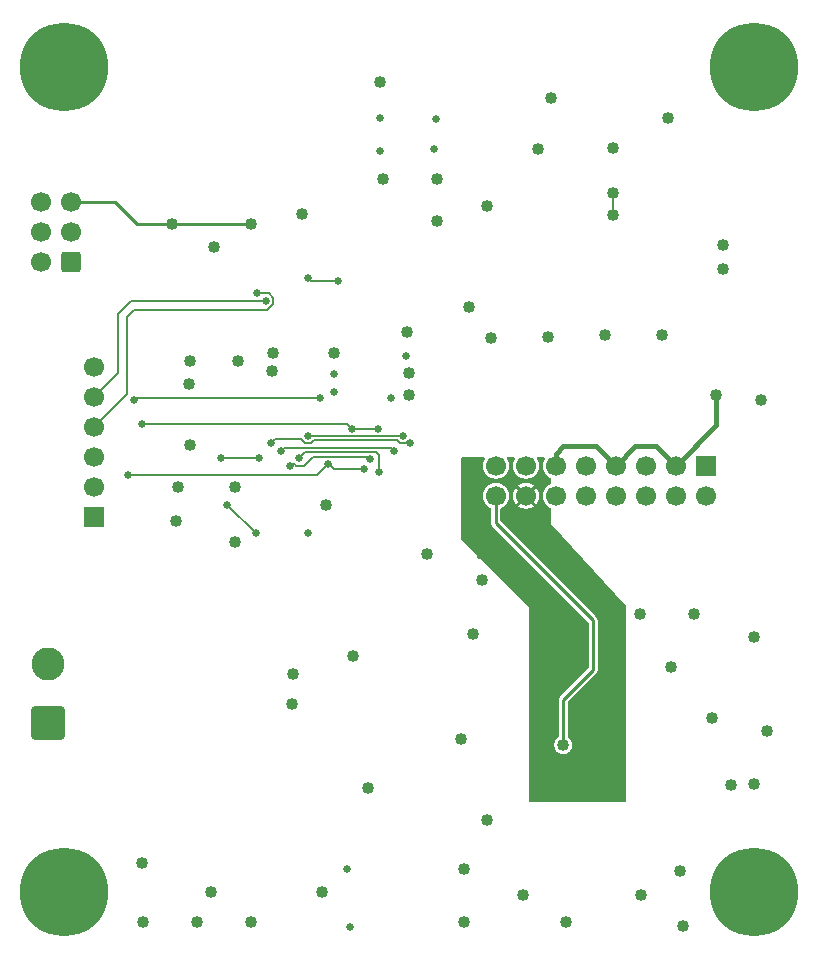
<source format=gbr>
%TF.GenerationSoftware,KiCad,Pcbnew,9.0.3-9.0.3-0~ubuntu24.04.1*%
%TF.CreationDate,2025-08-25T07:44:28-04:00*%
%TF.ProjectId,led-photodiode-avr,6c65642d-7068-46f7-946f-64696f64652d,rev?*%
%TF.SameCoordinates,Original*%
%TF.FileFunction,Copper,L4,Bot*%
%TF.FilePolarity,Positive*%
%FSLAX46Y46*%
G04 Gerber Fmt 4.6, Leading zero omitted, Abs format (unit mm)*
G04 Created by KiCad (PCBNEW 9.0.3-9.0.3-0~ubuntu24.04.1) date 2025-08-25 07:44:28*
%MOMM*%
%LPD*%
G01*
G04 APERTURE LIST*
G04 Aperture macros list*
%AMRoundRect*
0 Rectangle with rounded corners*
0 $1 Rounding radius*
0 $2 $3 $4 $5 $6 $7 $8 $9 X,Y pos of 4 corners*
0 Add a 4 corners polygon primitive as box body*
4,1,4,$2,$3,$4,$5,$6,$7,$8,$9,$2,$3,0*
0 Add four circle primitives for the rounded corners*
1,1,$1+$1,$2,$3*
1,1,$1+$1,$4,$5*
1,1,$1+$1,$6,$7*
1,1,$1+$1,$8,$9*
0 Add four rect primitives between the rounded corners*
20,1,$1+$1,$2,$3,$4,$5,0*
20,1,$1+$1,$4,$5,$6,$7,0*
20,1,$1+$1,$6,$7,$8,$9,0*
20,1,$1+$1,$8,$9,$2,$3,0*%
G04 Aperture macros list end*
%TA.AperFunction,ComponentPad*%
%ADD10RoundRect,0.250001X1.149999X-1.149999X1.149999X1.149999X-1.149999X1.149999X-1.149999X-1.149999X0*%
%TD*%
%TA.AperFunction,ComponentPad*%
%ADD11C,2.800000*%
%TD*%
%TA.AperFunction,ComponentPad*%
%ADD12R,1.700000X1.700000*%
%TD*%
%TA.AperFunction,ComponentPad*%
%ADD13C,1.700000*%
%TD*%
%TA.AperFunction,ComponentPad*%
%ADD14C,7.500000*%
%TD*%
%TA.AperFunction,ComponentPad*%
%ADD15RoundRect,0.250000X0.600000X0.600000X-0.600000X0.600000X-0.600000X-0.600000X0.600000X-0.600000X0*%
%TD*%
%TA.AperFunction,ViaPad*%
%ADD16C,0.635000*%
%TD*%
%TA.AperFunction,ViaPad*%
%ADD17C,1.016000*%
%TD*%
%TA.AperFunction,Conductor*%
%ADD18C,0.177800*%
%TD*%
%TA.AperFunction,Conductor*%
%ADD19C,0.254000*%
%TD*%
%TA.AperFunction,Conductor*%
%ADD20C,0.381000*%
%TD*%
G04 APERTURE END LIST*
D10*
%TO.P,J1,1,Pin_1*%
%TO.N,VBUS*%
X120617500Y-117820000D03*
D11*
%TO.P,J1,2,Pin_2*%
%TO.N,GND*%
X120617500Y-112820000D03*
%TD*%
D12*
%TO.P,J4,1,Pin_1*%
%TO.N,GND*%
X124460000Y-100330000D03*
D13*
%TO.P,J4,2,Pin_2*%
%TO.N,unconnected-(J4-Pin_2-Pad2)*%
X124460000Y-97790000D03*
%TO.P,J4,3,Pin_3*%
%TO.N,Net-(J4-Pin_3)*%
X124460000Y-95250000D03*
%TO.P,J4,4,Pin_4*%
%TO.N,/RXD*%
X124460000Y-92710000D03*
%TO.P,J4,5,Pin_5*%
%TO.N,/TXD*%
X124460000Y-90170000D03*
%TO.P,J4,6,Pin_6*%
%TO.N,unconnected-(J4-Pin_6-Pad6)*%
X124460000Y-87630000D03*
%TD*%
D14*
%TO.P,H3,1*%
%TO.N,N/C*%
X121920000Y-132080000D03*
%TD*%
%TO.P,H4,1*%
%TO.N,N/C*%
X180340000Y-132080000D03*
%TD*%
D15*
%TO.P,J3,1,MISO*%
%TO.N,/MISO*%
X122560000Y-78740000D03*
D13*
%TO.P,J3,2,VCC*%
%TO.N,VCC*%
X120020000Y-78740000D03*
%TO.P,J3,3,SCK*%
%TO.N,/SCK*%
X122560000Y-76200000D03*
%TO.P,J3,4,MOSI*%
%TO.N,/MOSI*%
X120020000Y-76200000D03*
%TO.P,J3,5,~{RST}*%
%TO.N,/~{RESET}*%
X122560000Y-73660000D03*
%TO.P,J3,6,GND*%
%TO.N,GND*%
X120020000Y-73660000D03*
%TD*%
D12*
%TO.P,J2,1,Pin_1*%
%TO.N,/LED_driver/LED_3*%
X176280000Y-96000000D03*
D13*
%TO.P,J2,2,Pin_2*%
%TO.N,Net-(J2-Pin_2)*%
X176280000Y-98540000D03*
%TO.P,J2,3,Pin_3*%
%TO.N,/LED_driver/LED_K*%
X173740000Y-96000000D03*
%TO.P,J2,4,Pin_4*%
%TO.N,Earth*%
X173740000Y-98540000D03*
%TO.P,J2,5,Pin_5*%
%TO.N,/LED_driver/LED_2*%
X171200000Y-96000000D03*
%TO.P,J2,6,Pin_6*%
%TO.N,unconnected-(J2-Pin_6-Pad6)*%
X171200000Y-98540000D03*
%TO.P,J2,7,Pin_7*%
%TO.N,/LED_driver/LED_K*%
X168660000Y-96000000D03*
%TO.P,J2,8,Pin_8*%
%TO.N,unconnected-(J2-Pin_8-Pad8)*%
X168660000Y-98540000D03*
%TO.P,J2,9,Pin_9*%
%TO.N,/LED_driver/LED_1*%
X166120000Y-96000000D03*
%TO.P,J2,10,Pin_10*%
%TO.N,unconnected-(J2-Pin_10-Pad10)*%
X166120000Y-98540000D03*
%TO.P,J2,11,Pin_11*%
%TO.N,/LED_driver/LED_K*%
X163580000Y-96000000D03*
%TO.P,J2,12,Pin_12*%
%TO.N,unconnected-(J2-Pin_12-Pad12)*%
X163580000Y-98540000D03*
%TO.P,J2,13,Pin_13*%
%TO.N,unconnected-(J2-Pin_13-Pad13)*%
X161040000Y-96000000D03*
%TO.P,J2,14,Pin_14*%
%TO.N,Earth*%
X161040000Y-98540000D03*
%TO.P,J2,15,Pin_15*%
%TO.N,unconnected-(J2-Pin_15-Pad15)*%
X158500000Y-96000000D03*
%TO.P,J2,16,Pin_16*%
%TO.N,Net-(J2-Pin_16)*%
X158500000Y-98540000D03*
%TD*%
D14*
%TO.P,H2,1*%
%TO.N,N/C*%
X180340000Y-62230000D03*
%TD*%
%TO.P,H1,1*%
%TO.N,N/C*%
X121920000Y-62230000D03*
%TD*%
D16*
%TO.N,GND*%
X142621000Y-101727000D03*
%TO.N,/GP_LED2*%
X138176000Y-101727000D03*
X135763000Y-99314000D03*
D17*
%TO.N,Earth*%
X160796000Y-132320000D03*
X180340000Y-110490000D03*
X157353000Y-105664000D03*
X163322000Y-110363000D03*
X168656000Y-115570000D03*
X170688000Y-108585000D03*
X178435000Y-123063000D03*
X155575000Y-119126000D03*
X157353000Y-103505000D03*
X162052000Y-69215000D03*
X174362000Y-135010000D03*
X177694500Y-79375000D03*
X160252500Y-105812500D03*
X176784000Y-117348000D03*
X180975000Y-90424000D03*
X170815000Y-132334000D03*
X157734000Y-125984000D03*
X155829000Y-130175000D03*
X155829000Y-134620000D03*
X168402000Y-69088000D03*
X163195000Y-123190000D03*
X157734000Y-74041000D03*
%TO.N,+5VA*%
X172595028Y-84965028D03*
X158115000Y-85217000D03*
X164465000Y-134620000D03*
X173101000Y-66548000D03*
X162941676Y-85090676D03*
X181422000Y-118425000D03*
X163195000Y-64897000D03*
X156210000Y-82550000D03*
X173355000Y-113030000D03*
X177694500Y-77300000D03*
X167768352Y-84964352D03*
X175260000Y-108585000D03*
X174117000Y-130302000D03*
X180340000Y-122936000D03*
X156587500Y-110236000D03*
%TO.N,GND*%
X144145000Y-99314000D03*
X153543000Y-75311000D03*
D16*
X148717000Y-66548000D03*
D17*
X144780000Y-86487000D03*
X141224000Y-116205000D03*
X132504000Y-89070000D03*
D16*
X146138000Y-135040000D03*
D17*
X148717000Y-63500000D03*
X151130000Y-90043000D03*
D16*
X148717000Y-69342000D03*
D17*
X134366000Y-132080000D03*
X139573000Y-88011000D03*
X147697500Y-123313500D03*
X152654000Y-103505000D03*
X150981500Y-84687500D03*
X128524000Y-129667000D03*
X143764000Y-132080000D03*
X141351000Y-113665000D03*
X128651000Y-134620000D03*
X148971000Y-71755000D03*
X136398000Y-97790000D03*
X136398000Y-102489000D03*
X139630000Y-86430000D03*
%TO.N,VCC*%
X134620000Y-77470000D03*
D16*
X153416000Y-66675000D03*
D17*
X153543000Y-71755000D03*
X133223000Y-134620000D03*
X132572000Y-94234000D03*
X132588000Y-87122000D03*
D16*
X153289000Y-69215000D03*
D17*
X142113000Y-74676000D03*
X146431000Y-112141000D03*
X131572000Y-97790000D03*
D16*
X145923000Y-130175000D03*
D17*
X136652000Y-87122000D03*
X137795000Y-134620000D03*
X131445000Y-100711000D03*
X151130000Y-88138000D03*
%TO.N,Net-(U8--)*%
X168402000Y-72898000D03*
X168402000Y-74803000D03*
D16*
%TO.N,Net-(U7-AVCC)*%
X144780000Y-89789000D03*
X149606000Y-90297000D03*
%TO.N,Net-(U7-AREF)*%
X144780000Y-88265000D03*
X150876000Y-86741000D03*
D17*
%TO.N,Net-(J2-Pin_16)*%
X164207500Y-119637500D03*
%TO.N,/LED_driver/LED_K*%
X177165000Y-90043000D03*
D16*
%TO.N,/MOSI*%
X147348600Y-96266000D03*
X127381000Y-96774000D03*
X144272000Y-95849800D03*
%TO.N,/MISO*%
X143637000Y-90297000D03*
X127889000Y-90424000D03*
D17*
%TO.N,/~{RESET}*%
X131064000Y-75565000D03*
X137795000Y-75565000D03*
D16*
%TO.N,/SCK*%
X128524000Y-92456000D03*
X146318401Y-92851401D03*
X148508820Y-92851401D03*
%TO.N,/RXD*%
X138303000Y-81407000D03*
%TO.N,/TXD*%
X139065000Y-82042000D03*
%TO.N,/SCL*%
X145161000Y-80391000D03*
X142621000Y-80137000D03*
%TO.N,/GP_LED*%
X138430000Y-95377000D03*
X135255000Y-95377000D03*
%TO.N,/PB0*%
X141859000Y-95377000D03*
X148578006Y-96531994D03*
%TO.N,/PD5*%
X139446000Y-94107000D03*
X151257000Y-94107000D03*
%TO.N,/PD6{slash}OC0A*%
X140335000Y-94742000D03*
X149860000Y-94742000D03*
%TO.N,/PB1{slash}OC1A*%
X150622000Y-93472000D03*
X142621000Y-93472000D03*
%TO.N,/PD7*%
X141097000Y-96012000D03*
X147861000Y-95471000D03*
%TD*%
D18*
%TO.N,/GP_LED2*%
X135763000Y-99314000D02*
X138176000Y-101727000D01*
%TO.N,Net-(U8--)*%
X168402000Y-74803000D02*
X168402000Y-72898000D01*
D19*
%TO.N,Net-(J2-Pin_16)*%
X158500000Y-100842000D02*
X158500000Y-98540000D01*
X166751000Y-109093000D02*
X158500000Y-100842000D01*
X166751000Y-113284000D02*
X166751000Y-109093000D01*
X164207500Y-119637500D02*
X164207500Y-115827500D01*
X164207500Y-115827500D02*
X166751000Y-113284000D01*
D20*
%TO.N,/LED_driver/LED_K*%
X172101000Y-94361000D02*
X173740000Y-96000000D01*
X177165000Y-90043000D02*
X177165000Y-89789000D01*
X163580000Y-94992000D02*
X164211000Y-94361000D01*
X173740000Y-96000000D02*
X177165000Y-92575000D01*
X177165000Y-92575000D02*
X177165000Y-90043000D01*
X164211000Y-94361000D02*
X167021000Y-94361000D01*
X168668000Y-96000000D02*
X170307000Y-94361000D01*
X170307000Y-94361000D02*
X172101000Y-94361000D01*
X163580000Y-96000000D02*
X163580000Y-94992000D01*
X167021000Y-94361000D02*
X168660000Y-96000000D01*
X168660000Y-96000000D02*
X168668000Y-96000000D01*
D18*
%TO.N,/MOSI*%
X143347800Y-96774000D02*
X127381000Y-96774000D01*
X144272000Y-95758000D02*
X144272000Y-95849800D01*
X147348600Y-96266000D02*
X144780000Y-96266000D01*
X144780000Y-96266000D02*
X144272000Y-95758000D01*
X144272000Y-95849800D02*
X143347800Y-96774000D01*
%TO.N,/MISO*%
X143637000Y-90297000D02*
X128016000Y-90297000D01*
X128016000Y-90297000D02*
X127889000Y-90424000D01*
D19*
%TO.N,/~{RESET}*%
X137795000Y-75565000D02*
X128143000Y-75565000D01*
X128143000Y-75565000D02*
X126238000Y-73660000D01*
X126238000Y-73660000D02*
X122560000Y-73660000D01*
D18*
%TO.N,/SCK*%
X148508820Y-92851401D02*
X146318401Y-92851401D01*
X146318401Y-92851401D02*
X145923000Y-92456000D01*
X145923000Y-92456000D02*
X128524000Y-92456000D01*
%TO.N,/RXD*%
X138303000Y-81407000D02*
X139288994Y-81407000D01*
X127254000Y-83439000D02*
X127254000Y-89916000D01*
X139288994Y-81407000D02*
X139672400Y-81790406D01*
X127889000Y-82804000D02*
X127254000Y-83439000D01*
X139672400Y-82293594D02*
X139161994Y-82804000D01*
X127254000Y-89916000D02*
X124460000Y-92710000D01*
X139161994Y-82804000D02*
X127889000Y-82804000D01*
X139672400Y-81790406D02*
X139672400Y-82293594D01*
%TO.N,/TXD*%
X126492000Y-83185000D02*
X126492000Y-88138000D01*
X139065000Y-82042000D02*
X127635000Y-82042000D01*
X126492000Y-88138000D02*
X124460000Y-90170000D01*
X127635000Y-82042000D02*
X126492000Y-83185000D01*
%TO.N,/SCL*%
X145161000Y-80391000D02*
X142875000Y-80391000D01*
X142875000Y-80391000D02*
X142621000Y-80137000D01*
%TO.N,/GP_LED*%
X135255000Y-95377000D02*
X138430000Y-95377000D01*
%TO.N,/PB0*%
X148578006Y-96531994D02*
X148578006Y-95111006D01*
X148331600Y-94864600D02*
X142371400Y-94864600D01*
X148578006Y-95111006D02*
X148331600Y-94864600D01*
X142371400Y-94864600D02*
X141859000Y-95377000D01*
%TO.N,/PD5*%
X151257000Y-94107000D02*
X151051497Y-93901497D01*
X150873594Y-94079400D02*
X150370406Y-94079400D01*
X151051497Y-93901497D02*
X150873594Y-94079400D01*
X150141806Y-93850800D02*
X143101194Y-93850800D01*
X142872594Y-94079400D02*
X142369406Y-94079400D01*
X139827000Y-93726000D02*
X139446000Y-94107000D01*
X143101194Y-93850800D02*
X142872594Y-94079400D01*
X142016006Y-93726000D02*
X139827000Y-93726000D01*
X142369406Y-94079400D02*
X142016006Y-93726000D01*
X150370406Y-94079400D02*
X150141806Y-93850800D01*
%TO.N,/PD6{slash}OC0A*%
X140591200Y-94485800D02*
X140335000Y-94742000D01*
X149603800Y-94485800D02*
X140591200Y-94485800D01*
X149860000Y-94742000D02*
X149603800Y-94485800D01*
%TO.N,/PB1{slash}OC1A*%
X150622000Y-93472000D02*
X142621000Y-93472000D01*
%TO.N,/PD7*%
X141607406Y-95984400D02*
X141508006Y-95885000D01*
X147633400Y-95243400D02*
X143008600Y-95243400D01*
X147861000Y-95471000D02*
X147633400Y-95243400D01*
X143008600Y-95243400D02*
X142267600Y-95984400D01*
X141224000Y-95885000D02*
X141097000Y-96012000D01*
X142267600Y-95984400D02*
X141607406Y-95984400D01*
X141508006Y-95885000D02*
X141224000Y-95885000D01*
%TD*%
%TA.AperFunction,Conductor*%
%TO.N,Earth*%
G36*
X157505043Y-95270002D02*
G01*
X157551536Y-95323658D01*
X157561640Y-95393932D01*
X157549190Y-95433199D01*
X157478548Y-95571841D01*
X157476421Y-95576017D01*
X157476418Y-95576023D01*
X157422698Y-95741357D01*
X157422697Y-95741360D01*
X157422697Y-95741362D01*
X157395500Y-95913074D01*
X157395500Y-96086926D01*
X157422697Y-96258638D01*
X157476420Y-96423981D01*
X157476421Y-96423982D01*
X157555349Y-96578887D01*
X157657536Y-96719535D01*
X157780464Y-96842463D01*
X157780467Y-96842465D01*
X157921116Y-96944653D01*
X158076019Y-97023580D01*
X158241362Y-97077303D01*
X158413074Y-97104500D01*
X158413077Y-97104500D01*
X158586923Y-97104500D01*
X158586926Y-97104500D01*
X158758638Y-97077303D01*
X158923981Y-97023580D01*
X159078884Y-96944653D01*
X159219533Y-96842465D01*
X159342465Y-96719533D01*
X159444653Y-96578884D01*
X159523580Y-96423981D01*
X159577303Y-96258638D01*
X159604500Y-96086926D01*
X159604500Y-95913074D01*
X159577303Y-95741362D01*
X159523580Y-95576019D01*
X159450810Y-95433201D01*
X159437707Y-95363426D01*
X159464407Y-95297641D01*
X159522435Y-95256735D01*
X159563078Y-95250000D01*
X159976922Y-95250000D01*
X160045043Y-95270002D01*
X160091536Y-95323658D01*
X160101640Y-95393932D01*
X160089190Y-95433199D01*
X160018548Y-95571841D01*
X160016421Y-95576017D01*
X160016418Y-95576023D01*
X159962698Y-95741357D01*
X159962697Y-95741360D01*
X159962697Y-95741362D01*
X159935500Y-95913074D01*
X159935500Y-96086926D01*
X159962697Y-96258638D01*
X160016420Y-96423981D01*
X160016421Y-96423982D01*
X160095349Y-96578887D01*
X160197536Y-96719535D01*
X160320464Y-96842463D01*
X160320467Y-96842465D01*
X160461116Y-96944653D01*
X160616019Y-97023580D01*
X160781362Y-97077303D01*
X160953074Y-97104500D01*
X160953077Y-97104500D01*
X161126923Y-97104500D01*
X161126926Y-97104500D01*
X161298638Y-97077303D01*
X161463981Y-97023580D01*
X161618884Y-96944653D01*
X161759533Y-96842465D01*
X161882465Y-96719533D01*
X161984653Y-96578884D01*
X162063580Y-96423981D01*
X162117303Y-96258638D01*
X162144500Y-96086926D01*
X162144500Y-95913074D01*
X162117303Y-95741362D01*
X162063580Y-95576019D01*
X161990810Y-95433201D01*
X161977707Y-95363426D01*
X162004407Y-95297641D01*
X162062435Y-95256735D01*
X162103078Y-95250000D01*
X162516922Y-95250000D01*
X162585043Y-95270002D01*
X162631536Y-95323658D01*
X162641640Y-95393932D01*
X162629190Y-95433199D01*
X162558548Y-95571841D01*
X162556421Y-95576017D01*
X162556418Y-95576023D01*
X162502698Y-95741357D01*
X162502697Y-95741360D01*
X162502697Y-95741362D01*
X162475500Y-95913074D01*
X162475500Y-96086926D01*
X162502697Y-96258638D01*
X162556420Y-96423981D01*
X162556421Y-96423982D01*
X162635349Y-96578887D01*
X162737536Y-96719535D01*
X162860464Y-96842463D01*
X162860467Y-96842465D01*
X163001116Y-96944653D01*
X163126203Y-97008388D01*
X163177818Y-97057135D01*
X163195000Y-97120654D01*
X163195000Y-97419345D01*
X163174998Y-97487466D01*
X163126203Y-97531612D01*
X163001113Y-97595348D01*
X162860464Y-97697536D01*
X162737536Y-97820464D01*
X162635349Y-97961112D01*
X162556421Y-98116017D01*
X162556418Y-98116023D01*
X162502698Y-98281357D01*
X162502697Y-98281360D01*
X162502697Y-98281362D01*
X162475500Y-98453074D01*
X162475500Y-98626926D01*
X162502697Y-98798638D01*
X162556420Y-98963981D01*
X162635347Y-99118884D01*
X162635349Y-99118887D01*
X162737536Y-99259535D01*
X162860464Y-99382463D01*
X162860467Y-99382465D01*
X163001116Y-99484653D01*
X163126203Y-99548388D01*
X163177818Y-99597135D01*
X163195000Y-99660654D01*
X163195000Y-100965000D01*
X169512232Y-107913955D01*
X169543255Y-107977815D01*
X169545000Y-107998712D01*
X169545000Y-124334000D01*
X169524998Y-124402121D01*
X169471342Y-124448614D01*
X169419000Y-124460000D01*
X161416000Y-124460000D01*
X161347879Y-124439998D01*
X161301386Y-124386342D01*
X161290000Y-124334000D01*
X161290000Y-107950000D01*
X161289999Y-107949998D01*
X155611905Y-102271904D01*
X155577879Y-102209592D01*
X155575000Y-102182809D01*
X155575000Y-98453074D01*
X157395500Y-98453074D01*
X157395500Y-98626926D01*
X157422697Y-98798638D01*
X157476420Y-98963981D01*
X157555347Y-99118884D01*
X157555349Y-99118887D01*
X157657536Y-99259535D01*
X157780464Y-99382463D01*
X157780467Y-99382465D01*
X157921116Y-99484653D01*
X158049703Y-99550171D01*
X158101318Y-99598919D01*
X158118500Y-99662438D01*
X158118500Y-100892223D01*
X158118499Y-100892223D01*
X158144500Y-100989258D01*
X158194721Y-101076243D01*
X158194729Y-101076253D01*
X166332595Y-109214118D01*
X166366621Y-109276430D01*
X166369500Y-109303213D01*
X166369500Y-113073787D01*
X166349498Y-113141908D01*
X166332595Y-113162882D01*
X163973253Y-115522224D01*
X163937739Y-115557738D01*
X163902225Y-115593251D01*
X163902221Y-115593256D01*
X163852000Y-115680241D01*
X163826000Y-115777276D01*
X163826000Y-118908011D01*
X163805998Y-118976132D01*
X163770002Y-119012776D01*
X163721439Y-119045224D01*
X163721432Y-119045230D01*
X163615230Y-119151432D01*
X163615225Y-119151439D01*
X163531783Y-119276319D01*
X163474304Y-119415084D01*
X163474303Y-119415085D01*
X163445000Y-119562396D01*
X163445000Y-119712603D01*
X163474303Y-119859913D01*
X163531782Y-119998679D01*
X163615228Y-120123565D01*
X163721435Y-120229772D01*
X163846321Y-120313218D01*
X163985087Y-120370697D01*
X164132400Y-120400000D01*
X164282600Y-120400000D01*
X164429913Y-120370697D01*
X164568679Y-120313218D01*
X164693565Y-120229772D01*
X164799772Y-120123565D01*
X164883218Y-119998679D01*
X164940697Y-119859913D01*
X164970000Y-119712600D01*
X164970000Y-119562400D01*
X164940697Y-119415087D01*
X164883218Y-119276321D01*
X164799772Y-119151435D01*
X164693565Y-119045228D01*
X164693563Y-119045226D01*
X164693560Y-119045224D01*
X164644998Y-119012776D01*
X164599470Y-118958299D01*
X164589000Y-118908011D01*
X164589000Y-116037713D01*
X164609002Y-115969592D01*
X164625905Y-115948618D01*
X167056270Y-113518253D01*
X167056276Y-113518247D01*
X167106501Y-113431254D01*
X167132500Y-113334225D01*
X167132500Y-109042775D01*
X167106501Y-108945746D01*
X167106499Y-108945743D01*
X167106499Y-108945741D01*
X167056278Y-108858756D01*
X167056274Y-108858751D01*
X166985247Y-108787724D01*
X158918405Y-100720882D01*
X158884379Y-100658570D01*
X158881500Y-100631787D01*
X158881500Y-99662438D01*
X158901502Y-99594317D01*
X158950296Y-99550171D01*
X159078884Y-99484653D01*
X159219533Y-99382465D01*
X159219538Y-99382460D01*
X159333160Y-99268839D01*
X159342460Y-99259538D01*
X159342463Y-99259535D01*
X159342465Y-99259533D01*
X159444653Y-99118884D01*
X159523580Y-98963981D01*
X159577303Y-98798638D01*
X159604500Y-98626926D01*
X159604500Y-98453116D01*
X159936000Y-98453116D01*
X159936000Y-98626883D01*
X159963185Y-98798524D01*
X160016883Y-98963788D01*
X160016884Y-98963790D01*
X160095776Y-99118625D01*
X160174042Y-99226349D01*
X160174043Y-99226349D01*
X160608234Y-98792158D01*
X160639901Y-98847007D01*
X160732993Y-98940099D01*
X160787840Y-98971765D01*
X160353649Y-99405955D01*
X160353649Y-99405956D01*
X160461374Y-99484223D01*
X160616209Y-99563115D01*
X160616211Y-99563116D01*
X160781475Y-99616814D01*
X160953116Y-99644000D01*
X161126884Y-99644000D01*
X161298524Y-99616814D01*
X161463788Y-99563116D01*
X161463790Y-99563115D01*
X161618621Y-99484225D01*
X161726349Y-99405955D01*
X161726349Y-99405954D01*
X161292159Y-98971764D01*
X161347007Y-98940099D01*
X161440099Y-98847007D01*
X161471764Y-98792159D01*
X161905954Y-99226349D01*
X161905955Y-99226349D01*
X161984225Y-99118621D01*
X162063115Y-98963790D01*
X162063116Y-98963788D01*
X162116814Y-98798524D01*
X162144000Y-98626883D01*
X162144000Y-98453116D01*
X162116814Y-98281475D01*
X162063116Y-98116211D01*
X162063115Y-98116209D01*
X161984223Y-97961374D01*
X161905955Y-97853649D01*
X161471764Y-98287839D01*
X161440099Y-98232993D01*
X161347007Y-98139901D01*
X161292158Y-98108234D01*
X161726349Y-97674043D01*
X161726349Y-97674042D01*
X161618625Y-97595776D01*
X161463790Y-97516884D01*
X161463788Y-97516883D01*
X161298524Y-97463185D01*
X161126884Y-97436000D01*
X160953116Y-97436000D01*
X160781475Y-97463185D01*
X160616211Y-97516883D01*
X160616209Y-97516884D01*
X160461379Y-97595773D01*
X160461379Y-97595774D01*
X160353649Y-97674042D01*
X160353649Y-97674044D01*
X160787840Y-98108235D01*
X160732993Y-98139901D01*
X160639901Y-98232993D01*
X160608235Y-98287840D01*
X160174044Y-97853649D01*
X160174042Y-97853649D01*
X160095774Y-97961379D01*
X160095773Y-97961379D01*
X160016884Y-98116209D01*
X160016883Y-98116211D01*
X159963185Y-98281475D01*
X159936000Y-98453116D01*
X159604500Y-98453116D01*
X159604500Y-98453074D01*
X159577303Y-98281362D01*
X159523580Y-98116019D01*
X159444653Y-97961116D01*
X159342465Y-97820467D01*
X159342463Y-97820464D01*
X159219535Y-97697536D01*
X159078887Y-97595349D01*
X159078886Y-97595348D01*
X159078884Y-97595347D01*
X158923981Y-97516420D01*
X158923978Y-97516419D01*
X158923976Y-97516418D01*
X158758642Y-97462698D01*
X158758640Y-97462697D01*
X158758638Y-97462697D01*
X158586926Y-97435500D01*
X158413074Y-97435500D01*
X158241362Y-97462697D01*
X158241360Y-97462697D01*
X158241357Y-97462698D01*
X158076023Y-97516418D01*
X158076017Y-97516421D01*
X157921112Y-97595349D01*
X157780464Y-97697536D01*
X157657536Y-97820464D01*
X157555349Y-97961112D01*
X157476421Y-98116017D01*
X157476418Y-98116023D01*
X157422698Y-98281357D01*
X157422697Y-98281360D01*
X157422697Y-98281362D01*
X157395500Y-98453074D01*
X155575000Y-98453074D01*
X155575000Y-95376000D01*
X155595002Y-95307879D01*
X155648658Y-95261386D01*
X155701000Y-95250000D01*
X157436922Y-95250000D01*
X157505043Y-95270002D01*
G37*
%TD.AperFunction*%
%TD*%
M02*

</source>
